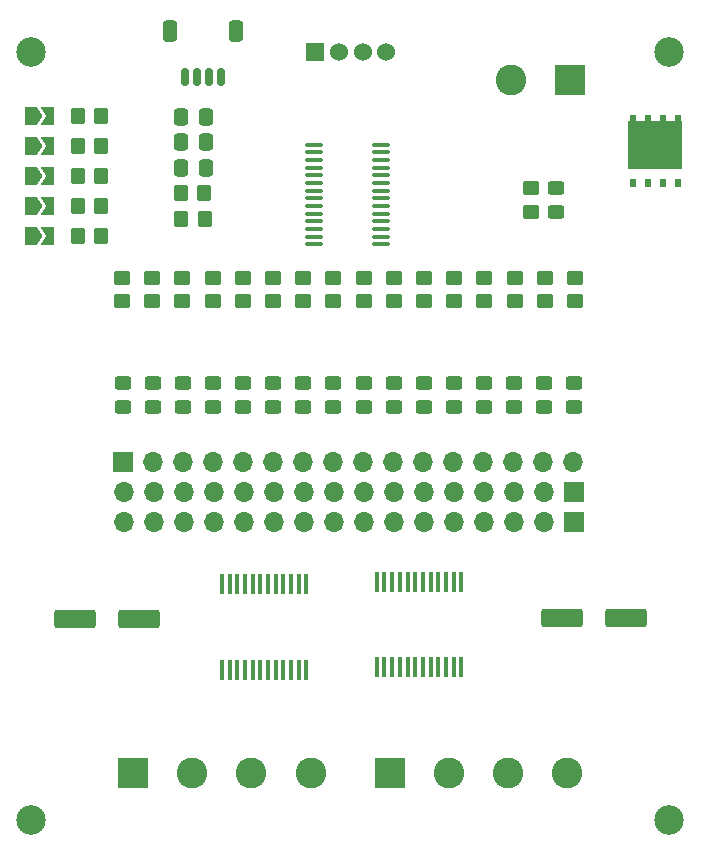
<source format=gbr>
%TF.GenerationSoftware,KiCad,Pcbnew,8.0.3*%
%TF.CreationDate,2024-08-07T13:20:03+02:00*%
%TF.ProjectId,motor_board,6d6f746f-725f-4626-9f61-72642e6b6963,0.1*%
%TF.SameCoordinates,Original*%
%TF.FileFunction,Soldermask,Top*%
%TF.FilePolarity,Negative*%
%FSLAX46Y46*%
G04 Gerber Fmt 4.6, Leading zero omitted, Abs format (unit mm)*
G04 Created by KiCad (PCBNEW 8.0.3) date 2024-08-07 13:20:03*
%MOMM*%
%LPD*%
G01*
G04 APERTURE LIST*
G04 Aperture macros list*
%AMRoundRect*
0 Rectangle with rounded corners*
0 $1 Rounding radius*
0 $2 $3 $4 $5 $6 $7 $8 $9 X,Y pos of 4 corners*
0 Add a 4 corners polygon primitive as box body*
4,1,4,$2,$3,$4,$5,$6,$7,$8,$9,$2,$3,0*
0 Add four circle primitives for the rounded corners*
1,1,$1+$1,$2,$3*
1,1,$1+$1,$4,$5*
1,1,$1+$1,$6,$7*
1,1,$1+$1,$8,$9*
0 Add four rect primitives between the rounded corners*
20,1,$1+$1,$2,$3,$4,$5,0*
20,1,$1+$1,$4,$5,$6,$7,0*
20,1,$1+$1,$6,$7,$8,$9,0*
20,1,$1+$1,$8,$9,$2,$3,0*%
%AMFreePoly0*
4,1,6,1.000000,0.000000,0.500000,-0.750000,-0.500000,-0.750000,-0.500000,0.750000,0.500000,0.750000,1.000000,0.000000,1.000000,0.000000,$1*%
%AMFreePoly1*
4,1,6,0.500000,-0.750000,-0.650000,-0.750000,-0.150000,0.000000,-0.650000,0.750000,0.500000,0.750000,0.500000,-0.750000,0.500000,-0.750000,$1*%
G04 Aperture macros list end*
%ADD10RoundRect,0.250000X0.450000X-0.350000X0.450000X0.350000X-0.450000X0.350000X-0.450000X-0.350000X0*%
%ADD11RoundRect,0.250000X-0.450000X0.325000X-0.450000X-0.325000X0.450000X-0.325000X0.450000X0.325000X0*%
%ADD12R,1.524000X1.524000*%
%ADD13C,1.524000*%
%ADD14R,0.450000X1.750000*%
%ADD15RoundRect,0.250000X-0.350000X-0.450000X0.350000X-0.450000X0.350000X0.450000X-0.350000X0.450000X0*%
%ADD16R,0.500000X0.650000*%
%ADD17R,4.600000X4.120000*%
%ADD18R,0.500000X0.550000*%
%ADD19C,2.500000*%
%ADD20FreePoly0,0.000000*%
%ADD21FreePoly1,0.000000*%
%ADD22RoundRect,0.250000X-1.500000X-0.550000X1.500000X-0.550000X1.500000X0.550000X-1.500000X0.550000X0*%
%ADD23RoundRect,0.100000X-0.637500X-0.100000X0.637500X-0.100000X0.637500X0.100000X-0.637500X0.100000X0*%
%ADD24R,1.700000X1.700000*%
%ADD25O,1.700000X1.700000*%
%ADD26RoundRect,0.150000X0.150000X0.625000X-0.150000X0.625000X-0.150000X-0.625000X0.150000X-0.625000X0*%
%ADD27RoundRect,0.250000X0.350000X0.650000X-0.350000X0.650000X-0.350000X-0.650000X0.350000X-0.650000X0*%
%ADD28R,2.600000X2.600000*%
%ADD29C,2.600000*%
%ADD30RoundRect,0.250000X-0.337500X-0.475000X0.337500X-0.475000X0.337500X0.475000X-0.337500X0.475000X0*%
%ADD31RoundRect,0.250000X-0.450000X0.350000X-0.450000X-0.350000X0.450000X-0.350000X0.450000X0.350000X0*%
%ADD32RoundRect,0.250000X1.500000X0.550000X-1.500000X0.550000X-1.500000X-0.550000X1.500000X-0.550000X0*%
G04 APERTURE END LIST*
D10*
%TO.C,R24*%
X149017194Y-76100000D03*
X149017194Y-74100000D03*
%TD*%
D11*
%TO.C,D14*%
X115833340Y-82975000D03*
X115833340Y-85025000D03*
%TD*%
D10*
%TO.C,R25*%
X146461048Y-76100000D03*
X146461048Y-74100000D03*
%TD*%
D12*
%TO.C,J1*%
X127030000Y-54960000D03*
D13*
X129030000Y-54960000D03*
X131030000Y-54960000D03*
X133030000Y-54960000D03*
%TD*%
D11*
%TO.C,D4*%
X141300000Y-82975000D03*
X141300000Y-85025000D03*
%TD*%
D10*
%TO.C,R22*%
X113231150Y-76100000D03*
X113231150Y-74100000D03*
%TD*%
D11*
%TO.C,D15*%
X113286674Y-82975000D03*
X113286674Y-85025000D03*
%TD*%
%TO.C,D6*%
X136206668Y-82975000D03*
X136206668Y-85025000D03*
%TD*%
D14*
%TO.C,U2*%
X119120000Y-107270000D03*
X119770000Y-107270000D03*
X120420000Y-107270000D03*
X121070000Y-107270000D03*
X121720000Y-107270000D03*
X122370000Y-107270000D03*
X123020000Y-107270000D03*
X123670000Y-107270000D03*
X124320000Y-107270000D03*
X124970000Y-107270000D03*
X125620000Y-107270000D03*
X126270000Y-107270000D03*
X126270000Y-100070000D03*
X125620000Y-100070000D03*
X124970000Y-100070000D03*
X124320000Y-100070000D03*
X123670000Y-100070000D03*
X123020000Y-100070000D03*
X122370000Y-100070000D03*
X121720000Y-100070000D03*
X121070000Y-100070000D03*
X120420000Y-100070000D03*
X119770000Y-100070000D03*
X119120000Y-100070000D03*
%TD*%
D15*
%TO.C,R3*%
X106900000Y-62980000D03*
X108900000Y-62980000D03*
%TD*%
D16*
%TO.C,Q1*%
X153925000Y-66110000D03*
X155195000Y-66110000D03*
X156465000Y-66110000D03*
X157735000Y-66110000D03*
D17*
X155830000Y-62895000D03*
D18*
X153925000Y-60560000D03*
X155195000Y-60560000D03*
X156465000Y-60560000D03*
X157735000Y-60560000D03*
%TD*%
D11*
%TO.C,D2*%
X147380000Y-66475000D03*
X147380000Y-68525000D03*
%TD*%
D19*
%TO.C,H1*%
X157000000Y-55000000D03*
%TD*%
D11*
%TO.C,D5*%
X138753334Y-82975000D03*
X138753334Y-85025000D03*
%TD*%
D10*
%TO.C,R13*%
X136236464Y-76100000D03*
X136236464Y-74100000D03*
%TD*%
%TO.C,R14*%
X133680318Y-76100000D03*
X133680318Y-74100000D03*
%TD*%
D20*
%TO.C,JP5*%
X102975000Y-70580000D03*
D21*
X104425000Y-70580000D03*
%TD*%
D20*
%TO.C,JP3*%
X102975000Y-65500000D03*
D21*
X104425000Y-65500000D03*
%TD*%
D11*
%TO.C,D10*%
X126020004Y-82975000D03*
X126020004Y-85025000D03*
%TD*%
%TO.C,D18*%
X146393332Y-82975000D03*
X146393332Y-85025000D03*
%TD*%
%TO.C,D11*%
X123473338Y-82975000D03*
X123473338Y-85025000D03*
%TD*%
D22*
%TO.C,C1*%
X147920000Y-102950000D03*
X153320000Y-102950000D03*
%TD*%
D20*
%TO.C,JP2*%
X102975000Y-62960000D03*
D21*
X104425000Y-62960000D03*
%TD*%
D10*
%TO.C,R12*%
X138792610Y-76100000D03*
X138792610Y-74100000D03*
%TD*%
D11*
%TO.C,D7*%
X133660002Y-82975000D03*
X133660002Y-85025000D03*
%TD*%
D20*
%TO.C,JP1*%
X102975000Y-60420000D03*
D21*
X104425000Y-60420000D03*
%TD*%
D23*
%TO.C,U1*%
X126905000Y-62820000D03*
X126905000Y-63470000D03*
X126905000Y-64120000D03*
X126905000Y-64770000D03*
X126905000Y-65420000D03*
X126905000Y-66070000D03*
X126905000Y-66720000D03*
X126905000Y-67370000D03*
X126905000Y-68020000D03*
X126905000Y-68670000D03*
X126905000Y-69320000D03*
X126905000Y-69970000D03*
X126905000Y-70620000D03*
X126905000Y-71270000D03*
X132630000Y-71270000D03*
X132630000Y-70620000D03*
X132630000Y-69970000D03*
X132630000Y-69320000D03*
X132630000Y-68670000D03*
X132630000Y-68020000D03*
X132630000Y-67370000D03*
X132630000Y-66720000D03*
X132630000Y-66070000D03*
X132630000Y-65420000D03*
X132630000Y-64770000D03*
X132630000Y-64120000D03*
X132630000Y-63470000D03*
X132630000Y-62820000D03*
%TD*%
D11*
%TO.C,D8*%
X131113336Y-82975000D03*
X131113336Y-85025000D03*
%TD*%
%TO.C,D13*%
X118380006Y-82975000D03*
X118380006Y-85025000D03*
%TD*%
D10*
%TO.C,R21*%
X115787296Y-76100000D03*
X115787296Y-74100000D03*
%TD*%
D15*
%TO.C,R6*%
X106900000Y-68060000D03*
X108900000Y-68060000D03*
%TD*%
D24*
%TO.C,J8*%
X148905000Y-92240000D03*
D25*
X146365000Y-92240000D03*
X143825000Y-92240000D03*
X141285000Y-92240000D03*
X138745000Y-92240000D03*
X136205000Y-92240000D03*
X133665000Y-92240000D03*
X131125000Y-92240000D03*
X128585000Y-92240000D03*
X126045000Y-92240000D03*
X123505000Y-92240000D03*
X120965000Y-92240000D03*
X118425000Y-92240000D03*
X115885000Y-92240000D03*
X113345000Y-92240000D03*
X110805000Y-92240000D03*
%TD*%
D10*
%TO.C,R19*%
X120899588Y-76100000D03*
X120899588Y-74100000D03*
%TD*%
D15*
%TO.C,R1*%
X106900000Y-60440000D03*
X108900000Y-60440000D03*
%TD*%
D20*
%TO.C,JP4*%
X102975000Y-68040000D03*
D21*
X104425000Y-68040000D03*
%TD*%
D15*
%TO.C,R4*%
X115700000Y-69090000D03*
X117700000Y-69090000D03*
%TD*%
D10*
%TO.C,R20*%
X118343442Y-76100000D03*
X118343442Y-74100000D03*
%TD*%
D26*
%TO.C,J10*%
X119030000Y-57075000D03*
X118030000Y-57075000D03*
X117030000Y-57075000D03*
X116030000Y-57075000D03*
D27*
X120330000Y-53200000D03*
X114730000Y-53200000D03*
%TD*%
D28*
%TO.C,J4*%
X148630000Y-57320000D03*
D29*
X143630000Y-57320000D03*
%TD*%
D11*
%TO.C,D16*%
X110739998Y-82975000D03*
X110739998Y-85025000D03*
%TD*%
D30*
%TO.C,C4*%
X115682500Y-62600000D03*
X117757500Y-62600000D03*
%TD*%
D15*
%TO.C,R2*%
X115640000Y-66960000D03*
X117640000Y-66960000D03*
%TD*%
D10*
%TO.C,R15*%
X131124172Y-76100000D03*
X131124172Y-74100000D03*
%TD*%
D19*
%TO.C,H2*%
X103000000Y-55000000D03*
%TD*%
D31*
%TO.C,R9*%
X145280000Y-66500000D03*
X145280000Y-68500000D03*
%TD*%
D10*
%TO.C,R16*%
X128568026Y-76100000D03*
X128568026Y-74100000D03*
%TD*%
D15*
%TO.C,R5*%
X106900000Y-65520000D03*
X108900000Y-65520000D03*
%TD*%
D14*
%TO.C,U3*%
X132240000Y-107070000D03*
X132890000Y-107070000D03*
X133540000Y-107070000D03*
X134190000Y-107070000D03*
X134840000Y-107070000D03*
X135490000Y-107070000D03*
X136140000Y-107070000D03*
X136790000Y-107070000D03*
X137440000Y-107070000D03*
X138090000Y-107070000D03*
X138740000Y-107070000D03*
X139390000Y-107070000D03*
X139390000Y-99870000D03*
X138740000Y-99870000D03*
X138090000Y-99870000D03*
X137440000Y-99870000D03*
X136790000Y-99870000D03*
X136140000Y-99870000D03*
X135490000Y-99870000D03*
X134840000Y-99870000D03*
X134190000Y-99870000D03*
X133540000Y-99870000D03*
X132890000Y-99870000D03*
X132240000Y-99870000D03*
%TD*%
D11*
%TO.C,D3*%
X143846666Y-82975000D03*
X143846666Y-85025000D03*
%TD*%
D28*
%TO.C,J6*%
X133370000Y-116020000D03*
D29*
X138370000Y-116020000D03*
X143370000Y-116020000D03*
X148370000Y-116020000D03*
%TD*%
D11*
%TO.C,D17*%
X148939998Y-82975000D03*
X148939998Y-85025000D03*
%TD*%
D28*
%TO.C,J5*%
X111630000Y-116020000D03*
D29*
X116630000Y-116020000D03*
X121630000Y-116020000D03*
X126630000Y-116020000D03*
%TD*%
D19*
%TO.C,H4*%
X103000000Y-120000000D03*
%TD*%
D10*
%TO.C,R10*%
X143904902Y-76100000D03*
X143904902Y-74100000D03*
%TD*%
%TO.C,R18*%
X123455734Y-76100000D03*
X123455734Y-74100000D03*
%TD*%
%TO.C,R23*%
X110675000Y-76100000D03*
X110675000Y-74100000D03*
%TD*%
%TO.C,R17*%
X126011880Y-76100000D03*
X126011880Y-74100000D03*
%TD*%
D11*
%TO.C,D9*%
X128566670Y-82975000D03*
X128566670Y-85025000D03*
%TD*%
D32*
%TO.C,C2*%
X112110000Y-102970000D03*
X106710000Y-102970000D03*
%TD*%
D24*
%TO.C,J9*%
X148905000Y-94780000D03*
D25*
X146365000Y-94780000D03*
X143825000Y-94780000D03*
X141285000Y-94780000D03*
X138745000Y-94780000D03*
X136205000Y-94780000D03*
X133665000Y-94780000D03*
X131125000Y-94780000D03*
X128585000Y-94780000D03*
X126045000Y-94780000D03*
X123505000Y-94780000D03*
X120965000Y-94780000D03*
X118425000Y-94780000D03*
X115885000Y-94780000D03*
X113345000Y-94780000D03*
X110805000Y-94780000D03*
%TD*%
D10*
%TO.C,R11*%
X141348756Y-76100000D03*
X141348756Y-74100000D03*
%TD*%
D30*
%TO.C,C3*%
X115662500Y-64795000D03*
X117737500Y-64795000D03*
%TD*%
%TO.C,C5*%
X115682500Y-60490000D03*
X117757500Y-60490000D03*
%TD*%
D24*
%TO.C,J7*%
X110780000Y-89680000D03*
D25*
X113320000Y-89680000D03*
X115860000Y-89680000D03*
X118400000Y-89680000D03*
X120940000Y-89680000D03*
X123480000Y-89680000D03*
X126020000Y-89680000D03*
X128560000Y-89680000D03*
X131100000Y-89680000D03*
X133640000Y-89680000D03*
X136180000Y-89680000D03*
X138720000Y-89680000D03*
X141260000Y-89680000D03*
X143800000Y-89680000D03*
X146340000Y-89680000D03*
X148880000Y-89680000D03*
%TD*%
D11*
%TO.C,D12*%
X120926672Y-82975000D03*
X120926672Y-85025000D03*
%TD*%
D15*
%TO.C,R7*%
X106900000Y-70600000D03*
X108900000Y-70600000D03*
%TD*%
D19*
%TO.C,H3*%
X157000000Y-120000000D03*
%TD*%
M02*

</source>
